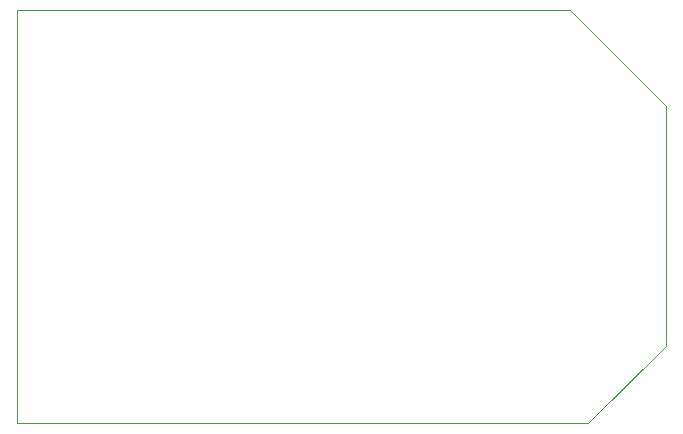
<source format=gbr>
%TF.GenerationSoftware,KiCad,Pcbnew,(5.1.9)-1*%
%TF.CreationDate,2021-03-21T11:51:10-04:00*%
%TF.ProjectId,viparTester,76697061-7254-4657-9374-65722e6b6963,rev?*%
%TF.SameCoordinates,Original*%
%TF.FileFunction,Profile,NP*%
%FSLAX46Y46*%
G04 Gerber Fmt 4.6, Leading zero omitted, Abs format (unit mm)*
G04 Created by KiCad (PCBNEW (5.1.9)-1) date 2021-03-21 11:51:10*
%MOMM*%
%LPD*%
G01*
G04 APERTURE LIST*
%TA.AperFunction,Profile*%
%ADD10C,0.050000*%
%TD*%
G04 APERTURE END LIST*
D10*
X156845000Y-90000000D02*
X165000000Y-98171000D01*
X158369000Y-125000000D02*
X165000000Y-118491000D01*
X110000000Y-125000000D02*
X110000000Y-90000000D01*
X158369000Y-125000000D02*
X110000000Y-125000000D01*
X165000000Y-98171000D02*
X165000000Y-118491000D01*
X110000000Y-90000000D02*
X156845000Y-90000000D01*
M02*

</source>
